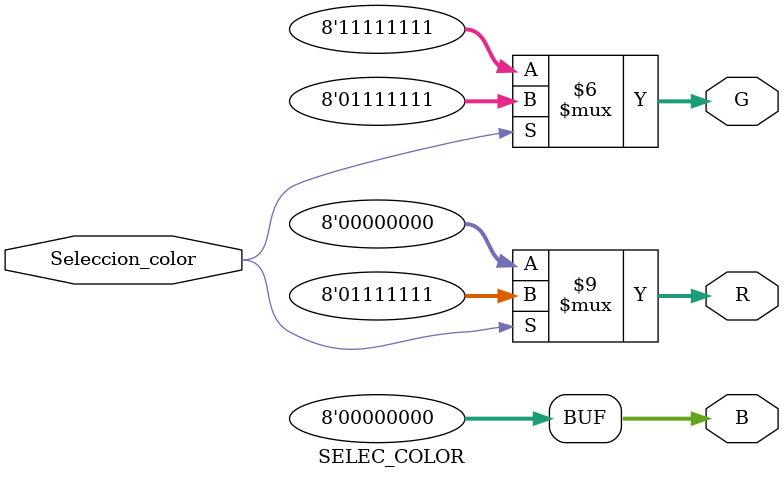
<source format=v>
/** Crearemos en este fichero el diseño a realizar para la selección de color en pantalla. 
**/

module SELEC_COLOR(Seleccion_color, R, G, B);
// Entradas -->
input Seleccion_color ;
// Salidas como registros -->
output reg [0:7] R, G, B ;
// Generamos el bloque procedural always con entrada definida arriba como lista de sensibilidad -->
always @(Seleccion_color)
begin
	// Si está la entrada a nivel bajo, entonces se establece de color predeterminado
	if(Seleccion_color==1'b0)
		begin
			R<=8'b00000000 ;
			G<=8'b11111111 ;
			B<=8'b00000000 ;			
		end
		// Si la entrada está a nivel alto cambiamos el registro de nivel de color RGB
	else
		begin
			R<=8'b01111111 ;
			G<=8'b01111111 ;
			B<=8'b00000000 ;			
		end
end

endmodule 
</source>
